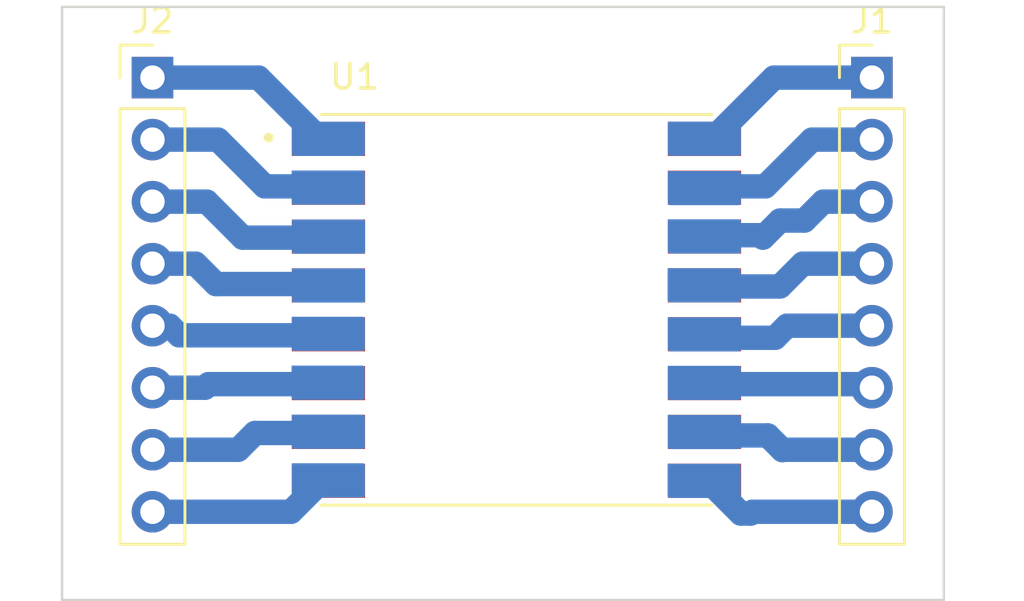
<source format=kicad_pcb>
(kicad_pcb (version 20221018) (generator pcbnew)
  (layers (0 "F.Cu" signal) (31 "B.Cu" signal) (34 "B.Paste" user) (35 "F.Paste" user) (36 "B.SilkS" user "B.Silkscreen") (37 "F.SilkS" user "F.Silkscreen") (38 "B.Mask" user) (39 "F.Mask" user) (44 "Edge.Cuts" user))
  (net 0 "")
  (net 1 "Net-(J1-Pin_1)")
  (net 2 "Net-(J1-Pin_2)")
  (net 3 "Net-(J1-Pin_3)")
  (net 4 "Net-(J1-Pin_4)")
  (net 5 "Net-(J1-Pin_5)")
  (net 6 "Net-(J1-Pin_6)")
  (net 7 "Net-(J1-Pin_7)")
  (net 8 "Net-(J1-Pin_8)")
  (net 9 "Net-(J2-Pin_2)")
  (net 10 "Net-(J2-Pin_3)")
  (net 11 "Net-(J2-Pin_4)")
  (net 12 "Net-(J2-Pin_5)")
  (net 13 "Net-(J2-Pin_6)")
  (net 14 "Net-(J2-Pin_7)")
  (footprint "Connector_PinHeader_2.54mm:PinHeader_1x08_P2.54mm_Vertical" (layer "F.Cu") (at 117.602 63.246)
    (fp_text reference "J2" (at 0 -2.33) (layer "F.SilkS"))
    (fp_text value "Conn_01x08_Pin")
    (fp_line (start -1.33 -1.33) (end 0 -1.33) (stroke (width 0.12)) (layer "F.SilkS"))
    (fp_line (start -1.33 0) (end -1.33 -1.33) (stroke (width 0.12)) (layer "F.SilkS"))
    (fp_line (start -1.33 1.27) (end -1.33 19.11) (stroke (width 0.12)) (layer "F.SilkS"))
    (fp_line (start -1.33 1.27) (end 1.33 1.27) (stroke (width 0.12)) (layer "F.SilkS"))
    (fp_line (start -1.33 19.11) (end 1.33 19.11) (stroke (width 0.12)) (layer "F.SilkS"))
    (fp_line (start 1.33 1.27) (end 1.33 19.11) (stroke (width 0.12)) (layer "F.SilkS"))
    (pad "1" thru_hole rect (at 0 0) (size 1.7 1.7) (drill 1) (layers "*.Cu" "*.Mask") (net 7 "Net-(J1-Pin_7)"))
    (pad "2" thru_hole oval (at 0 2.54) (size 1.7 1.7) (drill 1) (layers "*.Cu" "*.Mask") (net 9 "Net-(J2-Pin_2)"))
    (pad "3" thru_hole oval (at 0 5.08) (size 1.7 1.7) (drill 1) (layers "*.Cu" "*.Mask") (net 10 "Net-(J2-Pin_3)"))
    (pad "4" thru_hole oval (at 0 7.62) (size 1.7 1.7) (drill 1) (layers "*.Cu" "*.Mask") (net 11 "Net-(J2-Pin_4)"))
    (pad "5" thru_hole oval (at 0 10.16) (size 1.7 1.7) (drill 1) (layers "*.Cu" "*.Mask") (net 12 "Net-(J2-Pin_5)"))
    (pad "6" thru_hole oval (at 0 12.7) (size 1.7 1.7) (drill 1) (layers "*.Cu" "*.Mask") (net 13 "Net-(J2-Pin_6)"))
    (pad "7" thru_hole oval (at 0 15.24) (size 1.7 1.7) (drill 1) (layers "*.Cu" "*.Mask") (net 14 "Net-(J2-Pin_7)"))
    (pad "8" thru_hole oval (at 0 17.78) (size 1.7 1.7) (drill 1) (layers "*.Cu" "*.Mask") (net 7 "Net-(J1-Pin_7)"))
  )
  (footprint "Connector_PinHeader_2.54mm:PinHeader_1x08_P2.54mm_Vertical" (layer "F.Cu") (at 147.066 63.246)
    (fp_text reference "J1" (at 0 -2.33) (layer "F.SilkS"))
    (fp_text value "Conn_01x08_Pin")
    (fp_line (start -1.33 -1.33) (end 0 -1.33) (stroke (width 0.12)) (layer "F.SilkS"))
    (fp_line (start -1.33 0) (end -1.33 -1.33) (stroke (width 0.12)) (layer "F.SilkS"))
    (fp_line (start -1.33 1.27) (end -1.33 19.11) (stroke (width 0.12)) (layer "F.SilkS"))
    (fp_line (start -1.33 1.27) (end 1.33 1.27) (stroke (width 0.12)) (layer "F.SilkS"))
    (fp_line (start -1.33 19.11) (end 1.33 19.11) (stroke (width 0.12)) (layer "F.SilkS"))
    (fp_line (start 1.33 1.27) (end 1.33 19.11) (stroke (width 0.12)) (layer "F.SilkS"))
    (pad "1" thru_hole rect (at 0 0) (size 1.7 1.7) (drill 1) (layers "*.Cu" "*.Mask") (net 1 "Net-(J1-Pin_1)"))
    (pad "2" thru_hole oval (at 0 2.54) (size 1.7 1.7) (drill 1) (layers "*.Cu" "*.Mask") (net 2 "Net-(J1-Pin_2)"))
    (pad "3" thru_hole oval (at 0 5.08) (size 1.7 1.7) (drill 1) (layers "*.Cu" "*.Mask") (net 3 "Net-(J1-Pin_3)"))
    (pad "4" thru_hole oval (at 0 7.62) (size 1.7 1.7) (drill 1) (layers "*.Cu" "*.Mask") (net 4 "Net-(J1-Pin_4)"))
    (pad "5" thru_hole oval (at 0 10.16) (size 1.7 1.7) (drill 1) (layers "*.Cu" "*.Mask") (net 5 "Net-(J1-Pin_5)"))
    (pad "6" thru_hole oval (at 0 12.7) (size 1.7 1.7) (drill 1) (layers "*.Cu" "*.Mask") (net 6 "Net-(J1-Pin_6)"))
    (pad "7" thru_hole oval (at 0 15.24) (size 1.7 1.7) (drill 1) (layers "*.Cu" "*.Mask") (net 7 "Net-(J1-Pin_7)"))
    (pad "8" thru_hole oval (at 0 17.78) (size 1.7 1.7) (drill 1) (layers "*.Cu" "*.Mask") (net 8 "Net-(J1-Pin_8)"))
  )
  (footprint "XCVR_RFM95W-915S2:XCVR_RFM95W-915S2" (layer "F.Cu") (at 132.508 72.756)
    (fp_text reference "U1" (at -6.63079 -9.54026) (layer "F.SilkS"))
    (fp_text value "RFM95W-915S2")
    (fp_line (start -8 -8) (end 8 -8) (stroke (width 0.127)) (layer "F.SilkS"))
    (fp_line (start -8 8) (end 8 8) (stroke (width 0.127)) (layer "F.SilkS"))
    (fp_circle (center -10.15 -7.05) (end -10.05 -7.05) (stroke (width 0.2)) (fill none) (layer "F.SilkS"))
    (pad "1" smd rect (at -7.7 -7) (size 3 1.4) (layers "F.Cu" "F.Paste" "F.Mask") (net 7 "Net-(J1-Pin_7)"))
    (pad "2" smd rect (at -7.7 -5) (size 3 1.4) (layers "F.Cu" "F.Paste" "F.Mask") (net 9 "Net-(J2-Pin_2)"))
    (pad "3" smd rect (at -7.7 -3) (size 3 1.4) (layers "F.Cu" "F.Paste" "F.Mask") (net 10 "Net-(J2-Pin_3)"))
    (pad "4" smd rect (at -7.7 -1) (size 3 1.4) (layers "F.Cu" "F.Paste" "F.Mask") (net 11 "Net-(J2-Pin_4)"))
    (pad "5" smd rect (at -7.7 1) (size 3 1.4) (layers "F.Cu" "F.Paste" "F.Mask") (net 12 "Net-(J2-Pin_5)"))
    (pad "6" smd rect (at -7.7 3) (size 3 1.4) (layers "F.Cu" "F.Paste" "F.Mask") (net 13 "Net-(J2-Pin_6)"))
    (pad "7" smd rect (at -7.7 5) (size 3 1.4) (layers "F.Cu" "F.Paste" "F.Mask") (net 14 "Net-(J2-Pin_7)"))
    (pad "8" smd rect (at -7.7 7) (size 3 1.4) (layers "F.Cu" "F.Paste" "F.Mask") (net 7 "Net-(J1-Pin_7)"))
    (pad "9" smd rect (at 7.7 7) (size 3 1.4) (layers "F.Cu" "F.Paste" "F.Mask") (net 8 "Net-(J1-Pin_8)"))
    (pad "10" smd rect (at 7.7 5) (size 3 1.4) (layers "F.Cu" "F.Paste" "F.Mask") (net 7 "Net-(J1-Pin_7)"))
    (pad "11" smd rect (at 7.7 3) (size 3 1.4) (layers "F.Cu" "F.Paste" "F.Mask") (net 6 "Net-(J1-Pin_6)"))
    (pad "12" smd rect (at 7.7 1) (size 3 1.4) (layers "F.Cu" "F.Paste" "F.Mask") (net 5 "Net-(J1-Pin_5)"))
    (pad "13" smd rect (at 7.7 -1) (size 3 1.4) (layers "F.Cu" "F.Paste" "F.Mask") (net 4 "Net-(J1-Pin_4)"))
    (pad "14" smd rect (at 7.7 -3) (size 3 1.4) (layers "F.Cu" "F.Paste" "F.Mask") (net 3 "Net-(J1-Pin_3)"))
    (pad "15" smd rect (at 7.7 -5) (size 3 1.4) (layers "F.Cu" "F.Paste" "F.Mask") (net 2 "Net-(J1-Pin_2)"))
    (pad "16" smd rect (at 7.7 -7) (size 3 1.4) (layers "F.Cu" "F.Paste" "F.Mask") (net 1 "Net-(J1-Pin_1)"))
  )
  (gr_rect (start 138.81 69.15) (end 141.6 70.35) (stroke (width 0.2)) (fill solid) (layer "B.Cu"))
  (gr_rect (start 123.41 73.14) (end 126.2 74.34) (stroke (width 0.2)) (fill solid) (layer "B.Cu"))
  (gr_rect (start 123.41 79.14) (end 126.2 80.34) (stroke (width 0.2)) (fill solid) (layer "B.Cu"))
  (gr_rect (start 123.41 65.155) (end 126.2 66.355) (stroke (width 0.2)) (fill solid) (layer "B.Cu"))
  (gr_rect (start 123.405 67.15) (end 126.195 68.35) (stroke (width 0.2)) (fill solid) (layer "B.Cu"))
  (gr_rect (start 123.4 75.14) (end 126.19 76.34) (stroke (width 0.2)) (fill solid) (layer "B.Cu"))
  (gr_rect (start 138.81 75.15) (end 141.6 76.35) (stroke (width 0.2)) (fill solid) (layer "B.Cu"))
  (gr_rect (start 138.81 77.16) (end 141.6 78.36) (stroke (width 0.2)) (fill solid) (layer "B.Cu"))
  (gr_rect (start 138.8 71.15) (end 141.59 72.35) (stroke (width 0.2)) (fill solid) (layer "B.Cu"))
  (gr_rect (start 123.42 69.16) (end 126.21 70.36) (stroke (width 0.2)) (fill solid) (layer "B.Cu"))
  (gr_rect (start 123.42 71.16) (end 126.21 72.36) (stroke (width 0.2)) (fill solid) (layer "B.Cu"))
  (gr_rect (start 138.81 65.15) (end 141.6 66.35) (stroke (width 0.2)) (fill solid) (layer "B.Cu"))
  (gr_rect (start 123.41 77.15) (end 126.2 78.35) (stroke (width 0.2)) (fill solid) (layer "B.Cu"))
  (gr_rect (start 138.81 67.17) (end 141.6 68.37) (stroke (width 0.2)) (fill solid) (layer "B.Cu"))
  (gr_rect (start 138.81 73.16) (end 141.6 74.36) (stroke (width 0.2)) (fill solid) (layer "B.Cu"))
  (gr_rect (start 138.8 79.16) (end 141.59 80.36) (stroke (width 0.2)) (fill solid) (layer "B.Cu"))
  (gr_rect (start 113.9 60.35) (end 150.01 84.64) (stroke (width 0.1)) (fill none) (layer "Edge.Cuts"))
  (segment (start 143.054 63.246) (end 140.5 65.8) (width 1) (layer "B.Cu") (net 1))
  (segment (start 147.066 63.246) (end 143.054 63.246) (width 1) (layer "B.Cu") (net 1))
  (segment (start 144.614 65.786) (end 142.7 67.7) (width 1) (layer "B.Cu") (net 2))
  (segment (start 147.066 65.786) (end 144.614 65.786) (width 1) (layer "B.Cu") (net 2))
  (segment (start 142.7 67.7) (end 140.5 67.7) (width 1) (layer "B.Cu") (net 2))
  (segment (start 142.6 69.8) (end 142.5 69.7) (width 1) (layer "B.Cu") (net 3))
  (segment (start 144.3 69.1) (end 143.3 69.1) (width 1) (layer "B.Cu") (net 3))
  (segment (start 142.5 69.7) (end 140.5 69.7) (width 1) (layer "B.Cu") (net 3))
  (segment (start 143.3 69.1) (end 142.6 69.8) (width 1) (layer "B.Cu") (net 3))
  (segment (start 145.074 68.326) (end 144.3 69.1) (width 1) (layer "B.Cu") (net 3))
  (segment (start 147.066 68.326) (end 145.074 68.326) (width 1) (layer "B.Cu") (net 3))
  (segment (start 143.3 71.8) (end 140.5 71.8) (width 1) (layer "B.Cu") (net 4))
  (segment (start 147.066 70.866) (end 144.234 70.866) (width 1) (layer "B.Cu") (net 4))
  (segment (start 144.234 70.866) (end 143.3 71.8) (width 1) (layer "B.Cu") (net 4))
  (segment (start 143.1 73.9) (end 143.594 73.406) (width 1) (layer "B.Cu") (net 5))
  (segment (start 143.594 73.406) (end 147.066 73.406) (width 1) (layer "B.Cu") (net 5))
  (segment (start 140.5 73.9) (end 143.1 73.9) (width 1) (layer "B.Cu") (net 5))
  (segment (start 146.92 75.8) (end 147.066 75.946) (width 1) (layer "B.Cu") (net 6))
  (segment (start 140.5 75.8) (end 146.92 75.8) (width 1) (layer "B.Cu") (net 6))
  (segment (start 140.5 77.9) (end 142.8 77.9) (width 1) (layer "B.Cu") (net 7))
  (segment (start 143.414 78.486) (end 147.066 78.486) (width 1) (layer "B.Cu") (net 7))
  (segment (start 121.946 63.246) (end 124.5 65.8) (width 1) (layer "B.Cu") (net 7))
  (segment (start 123.274 81.026) (end 124.5 79.8) (width 1) (layer "B.Cu") (net 7))
  (segment (start 117.602 63.246) (end 121.946 63.246) (width 1) (layer "B.Cu") (net 7))
  (segment (start 143.4 78.5) (end 143.414 78.486) (width 1) (layer "B.Cu") (net 7))
  (segment (start 142.8 77.9) (end 143.4 78.5) (width 1) (layer "B.Cu") (net 7))
  (segment (start 117.602 81.026) (end 123.274 81.026) (width 1) (layer "B.Cu") (net 7))
  (segment (start 142.1 81.1) (end 142.174 81.026) (width 1) (layer "B.Cu") (net 8))
  (segment (start 140.5 79.9) (end 141.7 81.1) (width 1) (layer "B.Cu") (net 8))
  (segment (start 142.174 81.026) (end 147.066 81.026) (width 1) (layer "B.Cu") (net 8))
  (segment (start 141.7 81.1) (end 142.1 81.1) (width 1) (layer "B.Cu") (net 8))
  (segment (start 117.602 65.786) (end 120.286 65.786) (width 1) (layer "B.Cu") (net 9))
  (segment (start 120.286 65.786) (end 122.2 67.7) (width 1) (layer "B.Cu") (net 9))
  (segment (start 122.2 67.7) (end 124.5 67.7) (width 1) (layer "B.Cu") (net 9))
  (segment (start 121.3 69.8) (end 124.5 69.8) (width 1) (layer "B.Cu") (net 10))
  (segment (start 117.602 68.326) (end 119.826 68.326) (width 1) (layer "B.Cu") (net 10))
  (segment (start 119.826 68.326) (end 121.3 69.8) (width 1) (layer "B.Cu") (net 10))
  (segment (start 119.366 70.866) (end 120.2 71.7) (width 1) (layer "B.Cu") (net 11))
  (segment (start 124.4 71.7) (end 124.5 71.8) (width 1) (layer "B.Cu") (net 11))
  (segment (start 117.602 70.866) (end 119.366 70.866) (width 1) (layer "B.Cu") (net 11))
  (segment (start 120.2 71.7) (end 124.4 71.7) (width 1) (layer "B.Cu") (net 11))
  (segment (start 117.602 73.406) (end 118.306 73.406) (width 1) (layer "B.Cu") (net 12))
  (segment (start 118.306 73.406) (end 118.7 73.8) (width 1) (layer "B.Cu") (net 12))
  (segment (start 118.7 73.8) (end 124.5 73.8) (width 1) (layer "B.Cu") (net 12))
  (segment (start 119.754 75.946) (end 119.9 75.8) (width 1) (layer "B.Cu") (net 13))
  (segment (start 119.9 75.8) (end 124.5 75.8) (width 1) (layer "B.Cu") (net 13))
  (segment (start 117.602 75.946) (end 119.754 75.946) (width 1) (layer "B.Cu") (net 13))
  (segment (start 121.114 78.486) (end 121.8 77.8) (width 1) (layer "B.Cu") (net 14))
  (segment (start 117.602 78.486) (end 121.114 78.486) (width 1) (layer "B.Cu") (net 14))
  (segment (start 121.8 77.8) (end 124.5 77.8) (width 1) (layer "B.Cu") (net 14))
)
</source>
